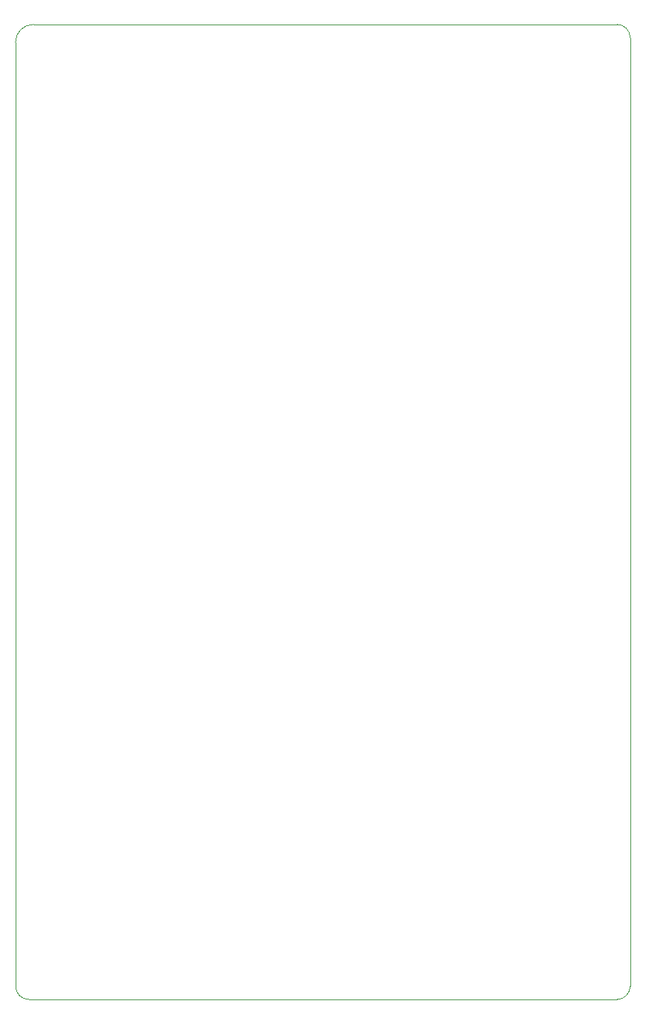
<source format=gm1>
G04 #@! TF.GenerationSoftware,KiCad,Pcbnew,8.0.5-8.0.5-0~ubuntu24.04.1*
G04 #@! TF.CreationDate,2024-10-02T13:28:42+10:00*
G04 #@! TF.ProjectId,Touch Keypad,546f7563-6820-44b6-9579-7061642e6b69,rev?*
G04 #@! TF.SameCoordinates,PXbebc200PY8b3c880*
G04 #@! TF.FileFunction,Profile,NP*
%FSLAX46Y46*%
G04 Gerber Fmt 4.6, Leading zero omitted, Abs format (unit mm)*
G04 Created by KiCad (PCBNEW 8.0.5-8.0.5-0~ubuntu24.04.1) date 2024-10-02 13:28:42*
%MOMM*%
%LPD*%
G01*
G04 APERTURE LIST*
G04 #@! TA.AperFunction,Profile*
%ADD10C,0.050000*%
G04 #@! TD*
G04 APERTURE END LIST*
D10*
X-1500000Y111000000D02*
X-68000000Y111000000D01*
X0Y1500000D02*
G75*
G02*
X-1500000Y0I-1500000J0D01*
G01*
X-68500000Y0D02*
X-1500000Y0D01*
X-70000000Y109000000D02*
X-70000000Y1500000D01*
X-1500000Y111000000D02*
G75*
G02*
X0Y109500000I0J-1500000D01*
G01*
X0Y1500000D02*
X0Y109500000D01*
X-70000000Y109000000D02*
G75*
G02*
X-68000000Y111000000I2000000J0D01*
G01*
X-68500000Y0D02*
G75*
G02*
X-70000000Y1500000I0J1500000D01*
G01*
M02*

</source>
